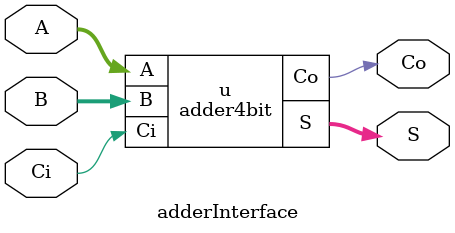
<source format=v>
module adder1bit(A,B,Ci,S,Co);
input A,B,Ci;
output S, Co;
assign S = (A^B)^Ci;
assign Co = (A&B)|(A^B)&Ci;
endmodule

module adder4bit(A,B,Ci,S,Co);
input [3:0] A,B; input Ci;
output [3:0] S; output Co;
wire [3:0] A,B,S; wire Ci, Co;
wire [2:0] C;

adder1bit u1(A[0],B[0],Ci,S[0],C[0]);
adder1bit u2(A[1],B[1],C[0],S[1],C[1]);
adder1bit u3(A[2],B[2],C[1],S[2],C[2]);
adder1bit u4(A[3],B[3],C[2],S[3],Co);
endmodule

module adderInterface(A,B,Ci,S,Co);
input [3:0] A,B; input Ci;
output [3:0] S; output Co;
wire [3:0] B;
wire [3:0] A,S;
wire Ci, Co;
adder4bit u(A,B,Ci,S,Co);
endmodule

</source>
